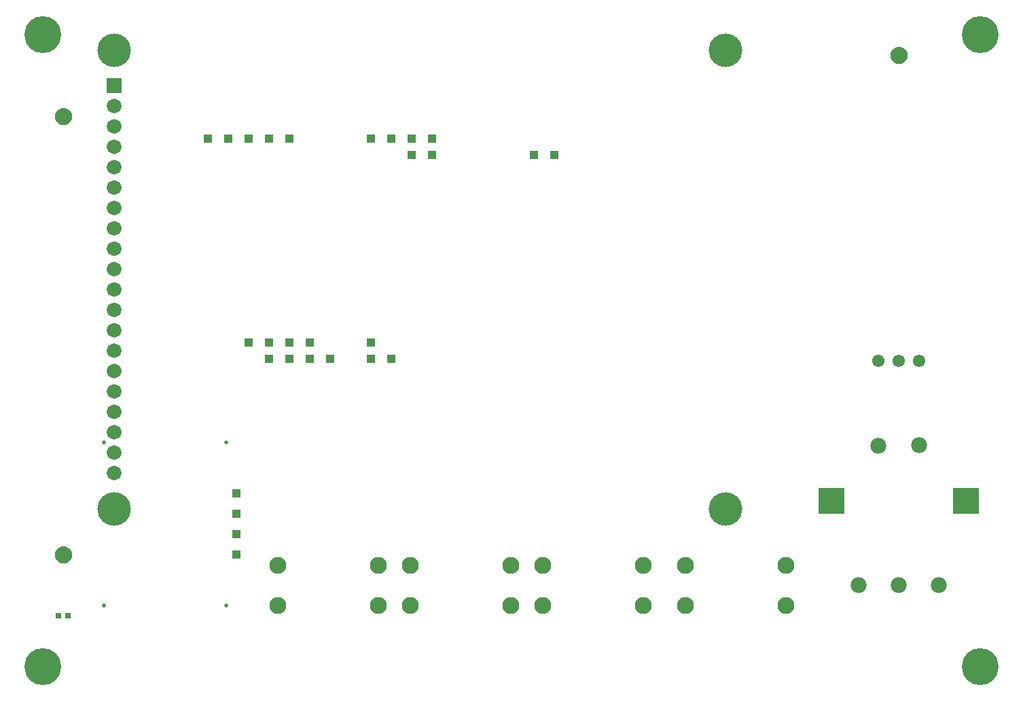
<source format=gbr>
G04 EAGLE Gerber RS-274X export*
G75*
%MOMM*%
%FSLAX34Y34*%
%LPD*%
%INSoldermask Bottom*%
%IPPOS*%
%AMOC8*
5,1,8,0,0,1.08239X$1,22.5*%
G01*
%ADD10C,2.112400*%
%ADD11C,1.552400*%
%ADD12R,1.057200X1.057200*%
%ADD13C,1.972400*%
%ADD14R,3.232400X3.232400*%
%ADD15R,1.828800X1.828800*%
%ADD16C,1.828800*%
%ADD17C,4.168400*%
%ADD18C,4.597400*%
%ADD19C,0.502400*%
%ADD20C,0.609600*%
%ADD21C,1.168400*%
%ADD22R,0.762000X0.660400*%


D10*
X468900Y177400D03*
X468900Y127400D03*
X343900Y127400D03*
X343900Y177400D03*
D11*
X1092600Y431800D03*
X1117600Y431800D03*
X1142600Y431800D03*
D12*
X383540Y454660D03*
X358140Y454660D03*
X332740Y454660D03*
X307340Y454660D03*
X408940Y434340D03*
X383540Y434340D03*
X358140Y434340D03*
X332740Y434340D03*
X459740Y454660D03*
X459740Y434340D03*
X281940Y708660D03*
X307340Y708660D03*
X332740Y708660D03*
X358140Y708660D03*
X459740Y708660D03*
X485140Y708660D03*
X510540Y708660D03*
X535940Y708660D03*
X535940Y688340D03*
X510540Y688340D03*
X485140Y434340D03*
X256540Y708660D03*
X662940Y688340D03*
X688340Y688340D03*
D13*
X1117600Y152400D03*
X1167600Y152400D03*
X1067600Y152400D03*
D14*
X1033600Y257400D03*
X1201600Y257400D03*
D13*
X1092600Y326400D03*
X1142600Y327400D03*
D10*
X634000Y177400D03*
X634000Y127400D03*
X509000Y127400D03*
X509000Y177400D03*
X799100Y177400D03*
X799100Y127400D03*
X674100Y127400D03*
X674100Y177400D03*
X976900Y177400D03*
X976900Y127400D03*
X851900Y127400D03*
X851900Y177400D03*
D15*
X139700Y774700D03*
D16*
X139700Y749300D03*
X139700Y723900D03*
X139700Y698500D03*
X139700Y673100D03*
X139700Y647700D03*
X139700Y622300D03*
X139700Y596900D03*
X139700Y571500D03*
X139700Y546100D03*
X139700Y520700D03*
X139700Y495300D03*
X139700Y469900D03*
X139700Y444500D03*
X139700Y419100D03*
X139700Y393700D03*
X139700Y368300D03*
X139700Y342900D03*
X139700Y317500D03*
X139700Y292100D03*
D17*
X139700Y819150D03*
X139700Y247650D03*
X901700Y819150D03*
X901700Y247650D03*
D18*
X50800Y838200D03*
X1219200Y50800D03*
X1219200Y838200D03*
X50800Y50800D03*
D12*
X292100Y190500D03*
X292100Y215900D03*
X292100Y241300D03*
X292100Y266700D03*
D19*
X127000Y127000D03*
X279400Y127000D03*
X279400Y330200D03*
X127000Y330200D03*
D20*
X68580Y190500D02*
X68582Y190687D01*
X68589Y190874D01*
X68601Y191061D01*
X68617Y191247D01*
X68637Y191433D01*
X68662Y191618D01*
X68692Y191803D01*
X68726Y191987D01*
X68765Y192170D01*
X68808Y192352D01*
X68856Y192532D01*
X68908Y192712D01*
X68965Y192890D01*
X69025Y193067D01*
X69091Y193242D01*
X69160Y193416D01*
X69234Y193588D01*
X69312Y193758D01*
X69394Y193926D01*
X69480Y194092D01*
X69570Y194256D01*
X69664Y194417D01*
X69762Y194577D01*
X69864Y194733D01*
X69970Y194888D01*
X70080Y195039D01*
X70193Y195188D01*
X70310Y195334D01*
X70430Y195477D01*
X70554Y195617D01*
X70681Y195754D01*
X70812Y195888D01*
X70946Y196019D01*
X71083Y196146D01*
X71223Y196270D01*
X71366Y196390D01*
X71512Y196507D01*
X71661Y196620D01*
X71812Y196730D01*
X71967Y196836D01*
X72123Y196938D01*
X72283Y197036D01*
X72444Y197130D01*
X72608Y197220D01*
X72774Y197306D01*
X72942Y197388D01*
X73112Y197466D01*
X73284Y197540D01*
X73458Y197609D01*
X73633Y197675D01*
X73810Y197735D01*
X73988Y197792D01*
X74168Y197844D01*
X74348Y197892D01*
X74530Y197935D01*
X74713Y197974D01*
X74897Y198008D01*
X75082Y198038D01*
X75267Y198063D01*
X75453Y198083D01*
X75639Y198099D01*
X75826Y198111D01*
X76013Y198118D01*
X76200Y198120D01*
X76387Y198118D01*
X76574Y198111D01*
X76761Y198099D01*
X76947Y198083D01*
X77133Y198063D01*
X77318Y198038D01*
X77503Y198008D01*
X77687Y197974D01*
X77870Y197935D01*
X78052Y197892D01*
X78232Y197844D01*
X78412Y197792D01*
X78590Y197735D01*
X78767Y197675D01*
X78942Y197609D01*
X79116Y197540D01*
X79288Y197466D01*
X79458Y197388D01*
X79626Y197306D01*
X79792Y197220D01*
X79956Y197130D01*
X80117Y197036D01*
X80277Y196938D01*
X80433Y196836D01*
X80588Y196730D01*
X80739Y196620D01*
X80888Y196507D01*
X81034Y196390D01*
X81177Y196270D01*
X81317Y196146D01*
X81454Y196019D01*
X81588Y195888D01*
X81719Y195754D01*
X81846Y195617D01*
X81970Y195477D01*
X82090Y195334D01*
X82207Y195188D01*
X82320Y195039D01*
X82430Y194888D01*
X82536Y194733D01*
X82638Y194577D01*
X82736Y194417D01*
X82830Y194256D01*
X82920Y194092D01*
X83006Y193926D01*
X83088Y193758D01*
X83166Y193588D01*
X83240Y193416D01*
X83309Y193242D01*
X83375Y193067D01*
X83435Y192890D01*
X83492Y192712D01*
X83544Y192532D01*
X83592Y192352D01*
X83635Y192170D01*
X83674Y191987D01*
X83708Y191803D01*
X83738Y191618D01*
X83763Y191433D01*
X83783Y191247D01*
X83799Y191061D01*
X83811Y190874D01*
X83818Y190687D01*
X83820Y190500D01*
X83818Y190313D01*
X83811Y190126D01*
X83799Y189939D01*
X83783Y189753D01*
X83763Y189567D01*
X83738Y189382D01*
X83708Y189197D01*
X83674Y189013D01*
X83635Y188830D01*
X83592Y188648D01*
X83544Y188468D01*
X83492Y188288D01*
X83435Y188110D01*
X83375Y187933D01*
X83309Y187758D01*
X83240Y187584D01*
X83166Y187412D01*
X83088Y187242D01*
X83006Y187074D01*
X82920Y186908D01*
X82830Y186744D01*
X82736Y186583D01*
X82638Y186423D01*
X82536Y186267D01*
X82430Y186112D01*
X82320Y185961D01*
X82207Y185812D01*
X82090Y185666D01*
X81970Y185523D01*
X81846Y185383D01*
X81719Y185246D01*
X81588Y185112D01*
X81454Y184981D01*
X81317Y184854D01*
X81177Y184730D01*
X81034Y184610D01*
X80888Y184493D01*
X80739Y184380D01*
X80588Y184270D01*
X80433Y184164D01*
X80277Y184062D01*
X80117Y183964D01*
X79956Y183870D01*
X79792Y183780D01*
X79626Y183694D01*
X79458Y183612D01*
X79288Y183534D01*
X79116Y183460D01*
X78942Y183391D01*
X78767Y183325D01*
X78590Y183265D01*
X78412Y183208D01*
X78232Y183156D01*
X78052Y183108D01*
X77870Y183065D01*
X77687Y183026D01*
X77503Y182992D01*
X77318Y182962D01*
X77133Y182937D01*
X76947Y182917D01*
X76761Y182901D01*
X76574Y182889D01*
X76387Y182882D01*
X76200Y182880D01*
X76013Y182882D01*
X75826Y182889D01*
X75639Y182901D01*
X75453Y182917D01*
X75267Y182937D01*
X75082Y182962D01*
X74897Y182992D01*
X74713Y183026D01*
X74530Y183065D01*
X74348Y183108D01*
X74168Y183156D01*
X73988Y183208D01*
X73810Y183265D01*
X73633Y183325D01*
X73458Y183391D01*
X73284Y183460D01*
X73112Y183534D01*
X72942Y183612D01*
X72774Y183694D01*
X72608Y183780D01*
X72444Y183870D01*
X72283Y183964D01*
X72123Y184062D01*
X71967Y184164D01*
X71812Y184270D01*
X71661Y184380D01*
X71512Y184493D01*
X71366Y184610D01*
X71223Y184730D01*
X71083Y184854D01*
X70946Y184981D01*
X70812Y185112D01*
X70681Y185246D01*
X70554Y185383D01*
X70430Y185523D01*
X70310Y185666D01*
X70193Y185812D01*
X70080Y185961D01*
X69970Y186112D01*
X69864Y186267D01*
X69762Y186423D01*
X69664Y186583D01*
X69570Y186744D01*
X69480Y186908D01*
X69394Y187074D01*
X69312Y187242D01*
X69234Y187412D01*
X69160Y187584D01*
X69091Y187758D01*
X69025Y187933D01*
X68965Y188110D01*
X68908Y188288D01*
X68856Y188468D01*
X68808Y188648D01*
X68765Y188830D01*
X68726Y189013D01*
X68692Y189197D01*
X68662Y189382D01*
X68637Y189567D01*
X68617Y189753D01*
X68601Y189939D01*
X68589Y190126D01*
X68582Y190313D01*
X68580Y190500D01*
D21*
X76200Y190500D03*
D20*
X68580Y736600D02*
X68582Y736787D01*
X68589Y736974D01*
X68601Y737161D01*
X68617Y737347D01*
X68637Y737533D01*
X68662Y737718D01*
X68692Y737903D01*
X68726Y738087D01*
X68765Y738270D01*
X68808Y738452D01*
X68856Y738632D01*
X68908Y738812D01*
X68965Y738990D01*
X69025Y739167D01*
X69091Y739342D01*
X69160Y739516D01*
X69234Y739688D01*
X69312Y739858D01*
X69394Y740026D01*
X69480Y740192D01*
X69570Y740356D01*
X69664Y740517D01*
X69762Y740677D01*
X69864Y740833D01*
X69970Y740988D01*
X70080Y741139D01*
X70193Y741288D01*
X70310Y741434D01*
X70430Y741577D01*
X70554Y741717D01*
X70681Y741854D01*
X70812Y741988D01*
X70946Y742119D01*
X71083Y742246D01*
X71223Y742370D01*
X71366Y742490D01*
X71512Y742607D01*
X71661Y742720D01*
X71812Y742830D01*
X71967Y742936D01*
X72123Y743038D01*
X72283Y743136D01*
X72444Y743230D01*
X72608Y743320D01*
X72774Y743406D01*
X72942Y743488D01*
X73112Y743566D01*
X73284Y743640D01*
X73458Y743709D01*
X73633Y743775D01*
X73810Y743835D01*
X73988Y743892D01*
X74168Y743944D01*
X74348Y743992D01*
X74530Y744035D01*
X74713Y744074D01*
X74897Y744108D01*
X75082Y744138D01*
X75267Y744163D01*
X75453Y744183D01*
X75639Y744199D01*
X75826Y744211D01*
X76013Y744218D01*
X76200Y744220D01*
X76387Y744218D01*
X76574Y744211D01*
X76761Y744199D01*
X76947Y744183D01*
X77133Y744163D01*
X77318Y744138D01*
X77503Y744108D01*
X77687Y744074D01*
X77870Y744035D01*
X78052Y743992D01*
X78232Y743944D01*
X78412Y743892D01*
X78590Y743835D01*
X78767Y743775D01*
X78942Y743709D01*
X79116Y743640D01*
X79288Y743566D01*
X79458Y743488D01*
X79626Y743406D01*
X79792Y743320D01*
X79956Y743230D01*
X80117Y743136D01*
X80277Y743038D01*
X80433Y742936D01*
X80588Y742830D01*
X80739Y742720D01*
X80888Y742607D01*
X81034Y742490D01*
X81177Y742370D01*
X81317Y742246D01*
X81454Y742119D01*
X81588Y741988D01*
X81719Y741854D01*
X81846Y741717D01*
X81970Y741577D01*
X82090Y741434D01*
X82207Y741288D01*
X82320Y741139D01*
X82430Y740988D01*
X82536Y740833D01*
X82638Y740677D01*
X82736Y740517D01*
X82830Y740356D01*
X82920Y740192D01*
X83006Y740026D01*
X83088Y739858D01*
X83166Y739688D01*
X83240Y739516D01*
X83309Y739342D01*
X83375Y739167D01*
X83435Y738990D01*
X83492Y738812D01*
X83544Y738632D01*
X83592Y738452D01*
X83635Y738270D01*
X83674Y738087D01*
X83708Y737903D01*
X83738Y737718D01*
X83763Y737533D01*
X83783Y737347D01*
X83799Y737161D01*
X83811Y736974D01*
X83818Y736787D01*
X83820Y736600D01*
X83818Y736413D01*
X83811Y736226D01*
X83799Y736039D01*
X83783Y735853D01*
X83763Y735667D01*
X83738Y735482D01*
X83708Y735297D01*
X83674Y735113D01*
X83635Y734930D01*
X83592Y734748D01*
X83544Y734568D01*
X83492Y734388D01*
X83435Y734210D01*
X83375Y734033D01*
X83309Y733858D01*
X83240Y733684D01*
X83166Y733512D01*
X83088Y733342D01*
X83006Y733174D01*
X82920Y733008D01*
X82830Y732844D01*
X82736Y732683D01*
X82638Y732523D01*
X82536Y732367D01*
X82430Y732212D01*
X82320Y732061D01*
X82207Y731912D01*
X82090Y731766D01*
X81970Y731623D01*
X81846Y731483D01*
X81719Y731346D01*
X81588Y731212D01*
X81454Y731081D01*
X81317Y730954D01*
X81177Y730830D01*
X81034Y730710D01*
X80888Y730593D01*
X80739Y730480D01*
X80588Y730370D01*
X80433Y730264D01*
X80277Y730162D01*
X80117Y730064D01*
X79956Y729970D01*
X79792Y729880D01*
X79626Y729794D01*
X79458Y729712D01*
X79288Y729634D01*
X79116Y729560D01*
X78942Y729491D01*
X78767Y729425D01*
X78590Y729365D01*
X78412Y729308D01*
X78232Y729256D01*
X78052Y729208D01*
X77870Y729165D01*
X77687Y729126D01*
X77503Y729092D01*
X77318Y729062D01*
X77133Y729037D01*
X76947Y729017D01*
X76761Y729001D01*
X76574Y728989D01*
X76387Y728982D01*
X76200Y728980D01*
X76013Y728982D01*
X75826Y728989D01*
X75639Y729001D01*
X75453Y729017D01*
X75267Y729037D01*
X75082Y729062D01*
X74897Y729092D01*
X74713Y729126D01*
X74530Y729165D01*
X74348Y729208D01*
X74168Y729256D01*
X73988Y729308D01*
X73810Y729365D01*
X73633Y729425D01*
X73458Y729491D01*
X73284Y729560D01*
X73112Y729634D01*
X72942Y729712D01*
X72774Y729794D01*
X72608Y729880D01*
X72444Y729970D01*
X72283Y730064D01*
X72123Y730162D01*
X71967Y730264D01*
X71812Y730370D01*
X71661Y730480D01*
X71512Y730593D01*
X71366Y730710D01*
X71223Y730830D01*
X71083Y730954D01*
X70946Y731081D01*
X70812Y731212D01*
X70681Y731346D01*
X70554Y731483D01*
X70430Y731623D01*
X70310Y731766D01*
X70193Y731912D01*
X70080Y732061D01*
X69970Y732212D01*
X69864Y732367D01*
X69762Y732523D01*
X69664Y732683D01*
X69570Y732844D01*
X69480Y733008D01*
X69394Y733174D01*
X69312Y733342D01*
X69234Y733512D01*
X69160Y733684D01*
X69091Y733858D01*
X69025Y734033D01*
X68965Y734210D01*
X68908Y734388D01*
X68856Y734568D01*
X68808Y734748D01*
X68765Y734930D01*
X68726Y735113D01*
X68692Y735297D01*
X68662Y735482D01*
X68637Y735667D01*
X68617Y735853D01*
X68601Y736039D01*
X68589Y736226D01*
X68582Y736413D01*
X68580Y736600D01*
D21*
X76200Y736600D03*
D20*
X1109980Y812800D02*
X1109982Y812987D01*
X1109989Y813174D01*
X1110001Y813361D01*
X1110017Y813547D01*
X1110037Y813733D01*
X1110062Y813918D01*
X1110092Y814103D01*
X1110126Y814287D01*
X1110165Y814470D01*
X1110208Y814652D01*
X1110256Y814832D01*
X1110308Y815012D01*
X1110365Y815190D01*
X1110425Y815367D01*
X1110491Y815542D01*
X1110560Y815716D01*
X1110634Y815888D01*
X1110712Y816058D01*
X1110794Y816226D01*
X1110880Y816392D01*
X1110970Y816556D01*
X1111064Y816717D01*
X1111162Y816877D01*
X1111264Y817033D01*
X1111370Y817188D01*
X1111480Y817339D01*
X1111593Y817488D01*
X1111710Y817634D01*
X1111830Y817777D01*
X1111954Y817917D01*
X1112081Y818054D01*
X1112212Y818188D01*
X1112346Y818319D01*
X1112483Y818446D01*
X1112623Y818570D01*
X1112766Y818690D01*
X1112912Y818807D01*
X1113061Y818920D01*
X1113212Y819030D01*
X1113367Y819136D01*
X1113523Y819238D01*
X1113683Y819336D01*
X1113844Y819430D01*
X1114008Y819520D01*
X1114174Y819606D01*
X1114342Y819688D01*
X1114512Y819766D01*
X1114684Y819840D01*
X1114858Y819909D01*
X1115033Y819975D01*
X1115210Y820035D01*
X1115388Y820092D01*
X1115568Y820144D01*
X1115748Y820192D01*
X1115930Y820235D01*
X1116113Y820274D01*
X1116297Y820308D01*
X1116482Y820338D01*
X1116667Y820363D01*
X1116853Y820383D01*
X1117039Y820399D01*
X1117226Y820411D01*
X1117413Y820418D01*
X1117600Y820420D01*
X1117787Y820418D01*
X1117974Y820411D01*
X1118161Y820399D01*
X1118347Y820383D01*
X1118533Y820363D01*
X1118718Y820338D01*
X1118903Y820308D01*
X1119087Y820274D01*
X1119270Y820235D01*
X1119452Y820192D01*
X1119632Y820144D01*
X1119812Y820092D01*
X1119990Y820035D01*
X1120167Y819975D01*
X1120342Y819909D01*
X1120516Y819840D01*
X1120688Y819766D01*
X1120858Y819688D01*
X1121026Y819606D01*
X1121192Y819520D01*
X1121356Y819430D01*
X1121517Y819336D01*
X1121677Y819238D01*
X1121833Y819136D01*
X1121988Y819030D01*
X1122139Y818920D01*
X1122288Y818807D01*
X1122434Y818690D01*
X1122577Y818570D01*
X1122717Y818446D01*
X1122854Y818319D01*
X1122988Y818188D01*
X1123119Y818054D01*
X1123246Y817917D01*
X1123370Y817777D01*
X1123490Y817634D01*
X1123607Y817488D01*
X1123720Y817339D01*
X1123830Y817188D01*
X1123936Y817033D01*
X1124038Y816877D01*
X1124136Y816717D01*
X1124230Y816556D01*
X1124320Y816392D01*
X1124406Y816226D01*
X1124488Y816058D01*
X1124566Y815888D01*
X1124640Y815716D01*
X1124709Y815542D01*
X1124775Y815367D01*
X1124835Y815190D01*
X1124892Y815012D01*
X1124944Y814832D01*
X1124992Y814652D01*
X1125035Y814470D01*
X1125074Y814287D01*
X1125108Y814103D01*
X1125138Y813918D01*
X1125163Y813733D01*
X1125183Y813547D01*
X1125199Y813361D01*
X1125211Y813174D01*
X1125218Y812987D01*
X1125220Y812800D01*
X1125218Y812613D01*
X1125211Y812426D01*
X1125199Y812239D01*
X1125183Y812053D01*
X1125163Y811867D01*
X1125138Y811682D01*
X1125108Y811497D01*
X1125074Y811313D01*
X1125035Y811130D01*
X1124992Y810948D01*
X1124944Y810768D01*
X1124892Y810588D01*
X1124835Y810410D01*
X1124775Y810233D01*
X1124709Y810058D01*
X1124640Y809884D01*
X1124566Y809712D01*
X1124488Y809542D01*
X1124406Y809374D01*
X1124320Y809208D01*
X1124230Y809044D01*
X1124136Y808883D01*
X1124038Y808723D01*
X1123936Y808567D01*
X1123830Y808412D01*
X1123720Y808261D01*
X1123607Y808112D01*
X1123490Y807966D01*
X1123370Y807823D01*
X1123246Y807683D01*
X1123119Y807546D01*
X1122988Y807412D01*
X1122854Y807281D01*
X1122717Y807154D01*
X1122577Y807030D01*
X1122434Y806910D01*
X1122288Y806793D01*
X1122139Y806680D01*
X1121988Y806570D01*
X1121833Y806464D01*
X1121677Y806362D01*
X1121517Y806264D01*
X1121356Y806170D01*
X1121192Y806080D01*
X1121026Y805994D01*
X1120858Y805912D01*
X1120688Y805834D01*
X1120516Y805760D01*
X1120342Y805691D01*
X1120167Y805625D01*
X1119990Y805565D01*
X1119812Y805508D01*
X1119632Y805456D01*
X1119452Y805408D01*
X1119270Y805365D01*
X1119087Y805326D01*
X1118903Y805292D01*
X1118718Y805262D01*
X1118533Y805237D01*
X1118347Y805217D01*
X1118161Y805201D01*
X1117974Y805189D01*
X1117787Y805182D01*
X1117600Y805180D01*
X1117413Y805182D01*
X1117226Y805189D01*
X1117039Y805201D01*
X1116853Y805217D01*
X1116667Y805237D01*
X1116482Y805262D01*
X1116297Y805292D01*
X1116113Y805326D01*
X1115930Y805365D01*
X1115748Y805408D01*
X1115568Y805456D01*
X1115388Y805508D01*
X1115210Y805565D01*
X1115033Y805625D01*
X1114858Y805691D01*
X1114684Y805760D01*
X1114512Y805834D01*
X1114342Y805912D01*
X1114174Y805994D01*
X1114008Y806080D01*
X1113844Y806170D01*
X1113683Y806264D01*
X1113523Y806362D01*
X1113367Y806464D01*
X1113212Y806570D01*
X1113061Y806680D01*
X1112912Y806793D01*
X1112766Y806910D01*
X1112623Y807030D01*
X1112483Y807154D01*
X1112346Y807281D01*
X1112212Y807412D01*
X1112081Y807546D01*
X1111954Y807683D01*
X1111830Y807823D01*
X1111710Y807966D01*
X1111593Y808112D01*
X1111480Y808261D01*
X1111370Y808412D01*
X1111264Y808567D01*
X1111162Y808723D01*
X1111064Y808883D01*
X1110970Y809044D01*
X1110880Y809208D01*
X1110794Y809374D01*
X1110712Y809542D01*
X1110634Y809712D01*
X1110560Y809884D01*
X1110491Y810058D01*
X1110425Y810233D01*
X1110365Y810410D01*
X1110308Y810588D01*
X1110256Y810768D01*
X1110208Y810948D01*
X1110165Y811130D01*
X1110126Y811313D01*
X1110092Y811497D01*
X1110062Y811682D01*
X1110037Y811867D01*
X1110017Y812053D01*
X1110001Y812239D01*
X1109989Y812426D01*
X1109982Y812613D01*
X1109980Y812800D01*
D21*
X1117600Y812800D03*
D22*
X81788Y114300D03*
X70612Y114300D03*
M02*

</source>
